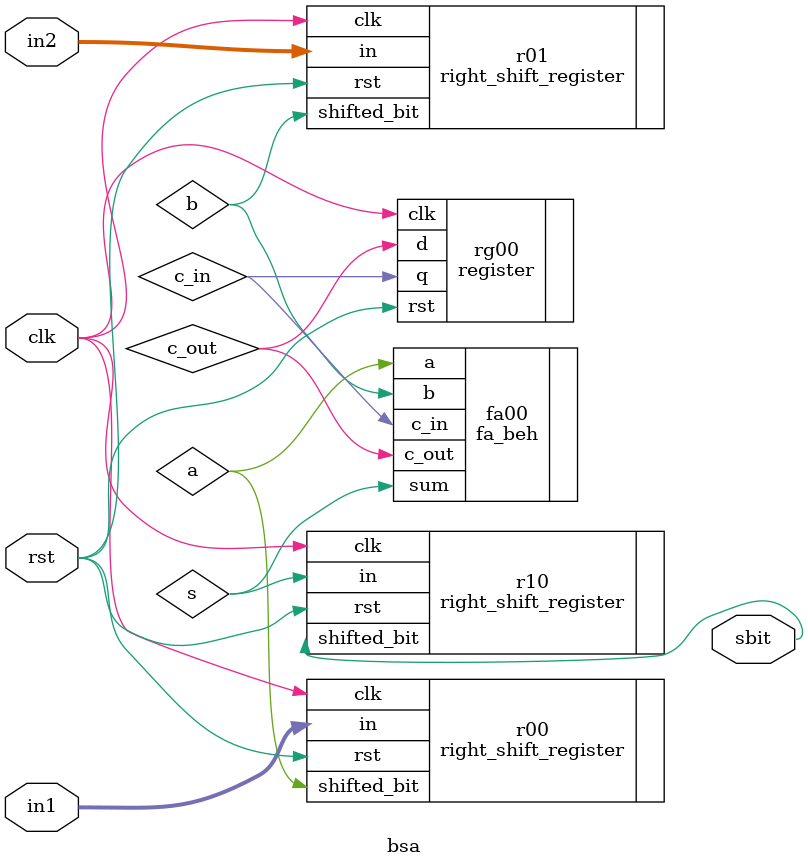
<source format=v>


module bsa #(parameter WL = 4)
            (input [WL - 1:0] in1,in2,
             input clk,rst,
             output sbit);

    wire a,b;
    wire c_out,s;
    
    
    right_shift_register  #(
                         .WL (WL))
                    r00 (
                        .clk (clk),
                        .rst(rst),
                        .in(in1),
                        .shifted_bit(a)
                    );
    right_shift_register  #(
                         .WL (WL))
                    r01 (
                        .clk (clk),
                        .rst(rst),
                        .in(in2),
                        .shifted_bit(b)
                    );
    

    fa_beh fa00 (.a(a),
                .b(b),
                .c_in(c_in),
                .sum(s),
                .c_out(c_out));
    
    register rg00 (.d(c_out),
              .clk(clk),
              .rst(rst),
              .q(c_in));

    right_shift_register  #(
                     .WL (WL))
                r10 (
                    .clk (clk),
                    .rst(rst),
                    .in(s),
                    .shifted_bit(sbit)
                );
    
endmodule

</source>
